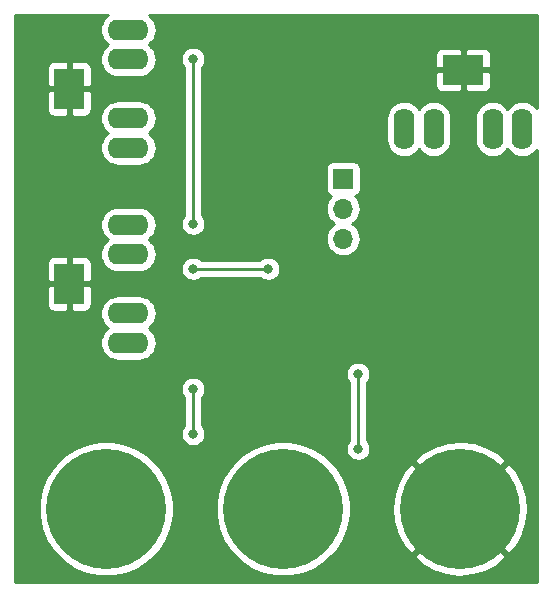
<source format=gbr>
G04 #@! TF.GenerationSoftware,KiCad,Pcbnew,(5.1.2)-1*
G04 #@! TF.CreationDate,2019-05-17T11:10:19-07:00*
G04 #@! TF.ProjectId,VNA2019soundcard,564e4132-3031-4397-936f-756e64636172,rev?*
G04 #@! TF.SameCoordinates,Original*
G04 #@! TF.FileFunction,Copper,L2,Bot*
G04 #@! TF.FilePolarity,Positive*
%FSLAX46Y46*%
G04 Gerber Fmt 4.6, Leading zero omitted, Abs format (unit mm)*
G04 Created by KiCad (PCBNEW (5.1.2)-1) date 2019-05-17 11:10:19*
%MOMM*%
%LPD*%
G04 APERTURE LIST*
%ADD10O,3.500000X1.750000*%
%ADD11R,2.500000X3.500000*%
%ADD12O,1.750000X3.500000*%
%ADD13R,3.500000X2.500000*%
%ADD14C,10.160000*%
%ADD15R,1.700000X1.700000*%
%ADD16O,1.700000X1.700000*%
%ADD17C,0.800000*%
%ADD18C,0.250000*%
%ADD19C,0.254000*%
G04 APERTURE END LIST*
D10*
X32620000Y-60920000D03*
X32620000Y-55920000D03*
X32620000Y-63420000D03*
X32620000Y-53420000D03*
D11*
X27614000Y-58420000D03*
D10*
X32620000Y-77430000D03*
X32620000Y-72430000D03*
X32620000Y-79930000D03*
X32620000Y-69930000D03*
D11*
X27614000Y-74930000D03*
D12*
X58460000Y-61830000D03*
X63460000Y-61830000D03*
X55960000Y-61830000D03*
X65960000Y-61830000D03*
D13*
X60960000Y-56824000D03*
D14*
X30730000Y-93980000D03*
X60700000Y-93980000D03*
X45720000Y-93980000D03*
D15*
X50800000Y-66040000D03*
D16*
X50800000Y-68580000D03*
X50800000Y-71120000D03*
D17*
X52070000Y-88900000D03*
X52070000Y-82550000D03*
X38100000Y-83820000D03*
X38102653Y-87632653D03*
X58420000Y-78740000D03*
X43180000Y-71120000D03*
X38100000Y-69850000D03*
X38100000Y-55880000D03*
X38100000Y-73660000D03*
X44450000Y-73660000D03*
D18*
X52070000Y-88900000D02*
X52070000Y-82550000D01*
X38100000Y-83820000D02*
X38100000Y-87630000D01*
X38100000Y-87630000D02*
X38102653Y-87632653D01*
X38100000Y-69850000D02*
X38100000Y-58420000D01*
X38100000Y-58420000D02*
X38100000Y-55880000D01*
X38100000Y-73660000D02*
X44450000Y-73660000D01*
D19*
G36*
X30672103Y-52347103D02*
G01*
X30483406Y-52577030D01*
X30343192Y-52839352D01*
X30256849Y-53123988D01*
X30227694Y-53420000D01*
X30256849Y-53716012D01*
X30343192Y-54000648D01*
X30483406Y-54262970D01*
X30672103Y-54492897D01*
X30887903Y-54670000D01*
X30672103Y-54847103D01*
X30483406Y-55077030D01*
X30343192Y-55339352D01*
X30256849Y-55623988D01*
X30227694Y-55920000D01*
X30256849Y-56216012D01*
X30343192Y-56500648D01*
X30483406Y-56762970D01*
X30672103Y-56992897D01*
X30902030Y-57181594D01*
X31164352Y-57321808D01*
X31448988Y-57408151D01*
X31670822Y-57430000D01*
X33569178Y-57430000D01*
X33791012Y-57408151D01*
X34075648Y-57321808D01*
X34337970Y-57181594D01*
X34567897Y-56992897D01*
X34756594Y-56762970D01*
X34896808Y-56500648D01*
X34983151Y-56216012D01*
X35012306Y-55920000D01*
X34998327Y-55778061D01*
X37065000Y-55778061D01*
X37065000Y-55981939D01*
X37104774Y-56181898D01*
X37182795Y-56370256D01*
X37296063Y-56539774D01*
X37340001Y-56583712D01*
X37340000Y-58457332D01*
X37340001Y-58457342D01*
X37340000Y-69146289D01*
X37296063Y-69190226D01*
X37182795Y-69359744D01*
X37104774Y-69548102D01*
X37065000Y-69748061D01*
X37065000Y-69951939D01*
X37104774Y-70151898D01*
X37182795Y-70340256D01*
X37296063Y-70509774D01*
X37440226Y-70653937D01*
X37609744Y-70767205D01*
X37798102Y-70845226D01*
X37998061Y-70885000D01*
X38201939Y-70885000D01*
X38401898Y-70845226D01*
X38590256Y-70767205D01*
X38759774Y-70653937D01*
X38903937Y-70509774D01*
X39017205Y-70340256D01*
X39095226Y-70151898D01*
X39135000Y-69951939D01*
X39135000Y-69748061D01*
X39095226Y-69548102D01*
X39017205Y-69359744D01*
X38903937Y-69190226D01*
X38860000Y-69146289D01*
X38860000Y-68580000D01*
X49307815Y-68580000D01*
X49336487Y-68871111D01*
X49421401Y-69151034D01*
X49559294Y-69409014D01*
X49744866Y-69635134D01*
X49970986Y-69820706D01*
X50025791Y-69850000D01*
X49970986Y-69879294D01*
X49744866Y-70064866D01*
X49559294Y-70290986D01*
X49421401Y-70548966D01*
X49336487Y-70828889D01*
X49307815Y-71120000D01*
X49336487Y-71411111D01*
X49421401Y-71691034D01*
X49559294Y-71949014D01*
X49744866Y-72175134D01*
X49970986Y-72360706D01*
X50228966Y-72498599D01*
X50508889Y-72583513D01*
X50727050Y-72605000D01*
X50872950Y-72605000D01*
X51091111Y-72583513D01*
X51371034Y-72498599D01*
X51629014Y-72360706D01*
X51855134Y-72175134D01*
X52040706Y-71949014D01*
X52178599Y-71691034D01*
X52263513Y-71411111D01*
X52292185Y-71120000D01*
X52263513Y-70828889D01*
X52178599Y-70548966D01*
X52040706Y-70290986D01*
X51855134Y-70064866D01*
X51629014Y-69879294D01*
X51574209Y-69850000D01*
X51629014Y-69820706D01*
X51855134Y-69635134D01*
X52040706Y-69409014D01*
X52178599Y-69151034D01*
X52263513Y-68871111D01*
X52292185Y-68580000D01*
X52263513Y-68288889D01*
X52178599Y-68008966D01*
X52040706Y-67750986D01*
X51855134Y-67524866D01*
X51825313Y-67500393D01*
X51894180Y-67479502D01*
X52004494Y-67420537D01*
X52101185Y-67341185D01*
X52180537Y-67244494D01*
X52239502Y-67134180D01*
X52275812Y-67014482D01*
X52288072Y-66890000D01*
X52288072Y-65190000D01*
X52275812Y-65065518D01*
X52239502Y-64945820D01*
X52180537Y-64835506D01*
X52101185Y-64738815D01*
X52004494Y-64659463D01*
X51894180Y-64600498D01*
X51774482Y-64564188D01*
X51650000Y-64551928D01*
X49950000Y-64551928D01*
X49825518Y-64564188D01*
X49705820Y-64600498D01*
X49595506Y-64659463D01*
X49498815Y-64738815D01*
X49419463Y-64835506D01*
X49360498Y-64945820D01*
X49324188Y-65065518D01*
X49311928Y-65190000D01*
X49311928Y-66890000D01*
X49324188Y-67014482D01*
X49360498Y-67134180D01*
X49419463Y-67244494D01*
X49498815Y-67341185D01*
X49595506Y-67420537D01*
X49705820Y-67479502D01*
X49774687Y-67500393D01*
X49744866Y-67524866D01*
X49559294Y-67750986D01*
X49421401Y-68008966D01*
X49336487Y-68288889D01*
X49307815Y-68580000D01*
X38860000Y-68580000D01*
X38860000Y-60880823D01*
X54450000Y-60880823D01*
X54450000Y-62779178D01*
X54471850Y-63001012D01*
X54558193Y-63285648D01*
X54698407Y-63547970D01*
X54887104Y-63777897D01*
X55117031Y-63966594D01*
X55379353Y-64106808D01*
X55663989Y-64193151D01*
X55960000Y-64222306D01*
X56256012Y-64193151D01*
X56540648Y-64106808D01*
X56802970Y-63966594D01*
X57032897Y-63777897D01*
X57210001Y-63562097D01*
X57387104Y-63777897D01*
X57617031Y-63966594D01*
X57879353Y-64106808D01*
X58163989Y-64193151D01*
X58460000Y-64222306D01*
X58756012Y-64193151D01*
X59040648Y-64106808D01*
X59302970Y-63966594D01*
X59532897Y-63777897D01*
X59721594Y-63547970D01*
X59861808Y-63285648D01*
X59948151Y-63001012D01*
X59970000Y-62779178D01*
X59970000Y-60880822D01*
X59948151Y-60658988D01*
X59861808Y-60374352D01*
X59721594Y-60112030D01*
X59532897Y-59882103D01*
X59302969Y-59693406D01*
X59040647Y-59553192D01*
X58756011Y-59466849D01*
X58460000Y-59437694D01*
X58163988Y-59466849D01*
X57879352Y-59553192D01*
X57617030Y-59693406D01*
X57387103Y-59882103D01*
X57210000Y-60097903D01*
X57032897Y-59882103D01*
X56802969Y-59693406D01*
X56540647Y-59553192D01*
X56256011Y-59466849D01*
X55960000Y-59437694D01*
X55663988Y-59466849D01*
X55379352Y-59553192D01*
X55117030Y-59693406D01*
X54887103Y-59882103D01*
X54698406Y-60112031D01*
X54558192Y-60374353D01*
X54471849Y-60658989D01*
X54450000Y-60880823D01*
X38860000Y-60880823D01*
X38860000Y-58074000D01*
X58571928Y-58074000D01*
X58584188Y-58198482D01*
X58620498Y-58318180D01*
X58679463Y-58428494D01*
X58758815Y-58525185D01*
X58855506Y-58604537D01*
X58965820Y-58663502D01*
X59085518Y-58699812D01*
X59210000Y-58712072D01*
X60674250Y-58709000D01*
X60833000Y-58550250D01*
X60833000Y-56951000D01*
X61087000Y-56951000D01*
X61087000Y-58550250D01*
X61245750Y-58709000D01*
X62710000Y-58712072D01*
X62834482Y-58699812D01*
X62954180Y-58663502D01*
X63064494Y-58604537D01*
X63161185Y-58525185D01*
X63240537Y-58428494D01*
X63299502Y-58318180D01*
X63335812Y-58198482D01*
X63348072Y-58074000D01*
X63345000Y-57109750D01*
X63186250Y-56951000D01*
X61087000Y-56951000D01*
X60833000Y-56951000D01*
X58733750Y-56951000D01*
X58575000Y-57109750D01*
X58571928Y-58074000D01*
X38860000Y-58074000D01*
X38860000Y-56583711D01*
X38903937Y-56539774D01*
X39017205Y-56370256D01*
X39095226Y-56181898D01*
X39135000Y-55981939D01*
X39135000Y-55778061D01*
X39095226Y-55578102D01*
X39093527Y-55574000D01*
X58571928Y-55574000D01*
X58575000Y-56538250D01*
X58733750Y-56697000D01*
X60833000Y-56697000D01*
X60833000Y-55097750D01*
X61087000Y-55097750D01*
X61087000Y-56697000D01*
X63186250Y-56697000D01*
X63345000Y-56538250D01*
X63348072Y-55574000D01*
X63335812Y-55449518D01*
X63299502Y-55329820D01*
X63240537Y-55219506D01*
X63161185Y-55122815D01*
X63064494Y-55043463D01*
X62954180Y-54984498D01*
X62834482Y-54948188D01*
X62710000Y-54935928D01*
X61245750Y-54939000D01*
X61087000Y-55097750D01*
X60833000Y-55097750D01*
X60674250Y-54939000D01*
X59210000Y-54935928D01*
X59085518Y-54948188D01*
X58965820Y-54984498D01*
X58855506Y-55043463D01*
X58758815Y-55122815D01*
X58679463Y-55219506D01*
X58620498Y-55329820D01*
X58584188Y-55449518D01*
X58571928Y-55574000D01*
X39093527Y-55574000D01*
X39017205Y-55389744D01*
X38903937Y-55220226D01*
X38759774Y-55076063D01*
X38590256Y-54962795D01*
X38401898Y-54884774D01*
X38201939Y-54845000D01*
X37998061Y-54845000D01*
X37798102Y-54884774D01*
X37609744Y-54962795D01*
X37440226Y-55076063D01*
X37296063Y-55220226D01*
X37182795Y-55389744D01*
X37104774Y-55578102D01*
X37065000Y-55778061D01*
X34998327Y-55778061D01*
X34983151Y-55623988D01*
X34896808Y-55339352D01*
X34756594Y-55077030D01*
X34567897Y-54847103D01*
X34352097Y-54670000D01*
X34567897Y-54492897D01*
X34756594Y-54262970D01*
X34896808Y-54000648D01*
X34983151Y-53716012D01*
X35012306Y-53420000D01*
X34983151Y-53123988D01*
X34896808Y-52839352D01*
X34756594Y-52577030D01*
X34567897Y-52347103D01*
X34384997Y-52197000D01*
X67183000Y-52197000D01*
X67183000Y-60065003D01*
X67032897Y-59882103D01*
X66802969Y-59693406D01*
X66540647Y-59553192D01*
X66256011Y-59466849D01*
X65960000Y-59437694D01*
X65663988Y-59466849D01*
X65379352Y-59553192D01*
X65117030Y-59693406D01*
X64887103Y-59882103D01*
X64710000Y-60097903D01*
X64532897Y-59882103D01*
X64302969Y-59693406D01*
X64040647Y-59553192D01*
X63756011Y-59466849D01*
X63460000Y-59437694D01*
X63163988Y-59466849D01*
X62879352Y-59553192D01*
X62617030Y-59693406D01*
X62387103Y-59882103D01*
X62198406Y-60112031D01*
X62058192Y-60374353D01*
X61971849Y-60658989D01*
X61950000Y-60880823D01*
X61950000Y-62779178D01*
X61971850Y-63001012D01*
X62058193Y-63285648D01*
X62198407Y-63547970D01*
X62387104Y-63777897D01*
X62617031Y-63966594D01*
X62879353Y-64106808D01*
X63163989Y-64193151D01*
X63460000Y-64222306D01*
X63756012Y-64193151D01*
X64040648Y-64106808D01*
X64302970Y-63966594D01*
X64532897Y-63777897D01*
X64710001Y-63562097D01*
X64887104Y-63777897D01*
X65117031Y-63966594D01*
X65379353Y-64106808D01*
X65663989Y-64193151D01*
X65960000Y-64222306D01*
X66256012Y-64193151D01*
X66540648Y-64106808D01*
X66802970Y-63966594D01*
X67032897Y-63777897D01*
X67183000Y-63594997D01*
X67183000Y-100203000D01*
X22987000Y-100203000D01*
X22987000Y-93417122D01*
X25015000Y-93417122D01*
X25015000Y-94542878D01*
X25234625Y-95647004D01*
X25665433Y-96687067D01*
X26290870Y-97623100D01*
X27086900Y-98419130D01*
X28022933Y-99044567D01*
X29062996Y-99475375D01*
X30167122Y-99695000D01*
X31292878Y-99695000D01*
X32397004Y-99475375D01*
X33437067Y-99044567D01*
X34373100Y-98419130D01*
X35169130Y-97623100D01*
X35794567Y-96687067D01*
X36225375Y-95647004D01*
X36445000Y-94542878D01*
X36445000Y-93417122D01*
X40005000Y-93417122D01*
X40005000Y-94542878D01*
X40224625Y-95647004D01*
X40655433Y-96687067D01*
X41280870Y-97623100D01*
X42076900Y-98419130D01*
X43012933Y-99044567D01*
X44052996Y-99475375D01*
X45157122Y-99695000D01*
X46282878Y-99695000D01*
X47387004Y-99475375D01*
X48427067Y-99044567D01*
X49363100Y-98419130D01*
X49765034Y-98017196D01*
X56842409Y-98017196D01*
X57428124Y-98699416D01*
X58411704Y-99247045D01*
X59483223Y-99592265D01*
X60601501Y-99721808D01*
X61723565Y-99630697D01*
X62806294Y-99322433D01*
X63808079Y-98808863D01*
X63971876Y-98699416D01*
X64557591Y-98017196D01*
X60700000Y-94159605D01*
X56842409Y-98017196D01*
X49765034Y-98017196D01*
X50159130Y-97623100D01*
X50784567Y-96687067D01*
X51215375Y-95647004D01*
X51435000Y-94542878D01*
X51435000Y-93881501D01*
X54958192Y-93881501D01*
X55049303Y-95003565D01*
X55357567Y-96086294D01*
X55871137Y-97088079D01*
X55980584Y-97251876D01*
X56662804Y-97837591D01*
X60520395Y-93980000D01*
X60879605Y-93980000D01*
X64737196Y-97837591D01*
X65419416Y-97251876D01*
X65967045Y-96268296D01*
X66312265Y-95196777D01*
X66441808Y-94078499D01*
X66350697Y-92956435D01*
X66042433Y-91873706D01*
X65528863Y-90871921D01*
X65419416Y-90708124D01*
X64737196Y-90122409D01*
X60879605Y-93980000D01*
X60520395Y-93980000D01*
X56662804Y-90122409D01*
X55980584Y-90708124D01*
X55432955Y-91691704D01*
X55087735Y-92763223D01*
X54958192Y-93881501D01*
X51435000Y-93881501D01*
X51435000Y-93417122D01*
X51215375Y-92312996D01*
X50784567Y-91272933D01*
X50159130Y-90336900D01*
X49765034Y-89942804D01*
X56842409Y-89942804D01*
X60700000Y-93800395D01*
X64557591Y-89942804D01*
X63971876Y-89260584D01*
X62988296Y-88712955D01*
X61916777Y-88367735D01*
X60798499Y-88238192D01*
X59676435Y-88329303D01*
X58593706Y-88637567D01*
X57591921Y-89151137D01*
X57428124Y-89260584D01*
X56842409Y-89942804D01*
X49765034Y-89942804D01*
X49363100Y-89540870D01*
X48427067Y-88915433D01*
X47387004Y-88484625D01*
X46282878Y-88265000D01*
X45157122Y-88265000D01*
X44052996Y-88484625D01*
X43012933Y-88915433D01*
X42076900Y-89540870D01*
X41280870Y-90336900D01*
X40655433Y-91272933D01*
X40224625Y-92312996D01*
X40005000Y-93417122D01*
X36445000Y-93417122D01*
X36225375Y-92312996D01*
X35794567Y-91272933D01*
X35169130Y-90336900D01*
X34373100Y-89540870D01*
X33437067Y-88915433D01*
X32397004Y-88484625D01*
X31292878Y-88265000D01*
X30167122Y-88265000D01*
X29062996Y-88484625D01*
X28022933Y-88915433D01*
X27086900Y-89540870D01*
X26290870Y-90336900D01*
X25665433Y-91272933D01*
X25234625Y-92312996D01*
X25015000Y-93417122D01*
X22987000Y-93417122D01*
X22987000Y-83718061D01*
X37065000Y-83718061D01*
X37065000Y-83921939D01*
X37104774Y-84121898D01*
X37182795Y-84310256D01*
X37296063Y-84479774D01*
X37340000Y-84523711D01*
X37340001Y-86931594D01*
X37298716Y-86972879D01*
X37185448Y-87142397D01*
X37107427Y-87330755D01*
X37067653Y-87530714D01*
X37067653Y-87734592D01*
X37107427Y-87934551D01*
X37185448Y-88122909D01*
X37298716Y-88292427D01*
X37442879Y-88436590D01*
X37612397Y-88549858D01*
X37800755Y-88627879D01*
X38000714Y-88667653D01*
X38204592Y-88667653D01*
X38404551Y-88627879D01*
X38592909Y-88549858D01*
X38762427Y-88436590D01*
X38906590Y-88292427D01*
X39019858Y-88122909D01*
X39097879Y-87934551D01*
X39137653Y-87734592D01*
X39137653Y-87530714D01*
X39097879Y-87330755D01*
X39019858Y-87142397D01*
X38906590Y-86972879D01*
X38860000Y-86926289D01*
X38860000Y-84523711D01*
X38903937Y-84479774D01*
X39017205Y-84310256D01*
X39095226Y-84121898D01*
X39135000Y-83921939D01*
X39135000Y-83718061D01*
X39095226Y-83518102D01*
X39017205Y-83329744D01*
X38903937Y-83160226D01*
X38759774Y-83016063D01*
X38590256Y-82902795D01*
X38401898Y-82824774D01*
X38201939Y-82785000D01*
X37998061Y-82785000D01*
X37798102Y-82824774D01*
X37609744Y-82902795D01*
X37440226Y-83016063D01*
X37296063Y-83160226D01*
X37182795Y-83329744D01*
X37104774Y-83518102D01*
X37065000Y-83718061D01*
X22987000Y-83718061D01*
X22987000Y-82448061D01*
X51035000Y-82448061D01*
X51035000Y-82651939D01*
X51074774Y-82851898D01*
X51152795Y-83040256D01*
X51266063Y-83209774D01*
X51310001Y-83253712D01*
X51310000Y-88196289D01*
X51266063Y-88240226D01*
X51152795Y-88409744D01*
X51074774Y-88598102D01*
X51035000Y-88798061D01*
X51035000Y-89001939D01*
X51074774Y-89201898D01*
X51152795Y-89390256D01*
X51266063Y-89559774D01*
X51410226Y-89703937D01*
X51579744Y-89817205D01*
X51768102Y-89895226D01*
X51968061Y-89935000D01*
X52171939Y-89935000D01*
X52371898Y-89895226D01*
X52560256Y-89817205D01*
X52729774Y-89703937D01*
X52873937Y-89559774D01*
X52987205Y-89390256D01*
X53065226Y-89201898D01*
X53105000Y-89001939D01*
X53105000Y-88798061D01*
X53065226Y-88598102D01*
X52987205Y-88409744D01*
X52873937Y-88240226D01*
X52830000Y-88196289D01*
X52830000Y-83253711D01*
X52873937Y-83209774D01*
X52987205Y-83040256D01*
X53065226Y-82851898D01*
X53105000Y-82651939D01*
X53105000Y-82448061D01*
X53065226Y-82248102D01*
X52987205Y-82059744D01*
X52873937Y-81890226D01*
X52729774Y-81746063D01*
X52560256Y-81632795D01*
X52371898Y-81554774D01*
X52171939Y-81515000D01*
X51968061Y-81515000D01*
X51768102Y-81554774D01*
X51579744Y-81632795D01*
X51410226Y-81746063D01*
X51266063Y-81890226D01*
X51152795Y-82059744D01*
X51074774Y-82248102D01*
X51035000Y-82448061D01*
X22987000Y-82448061D01*
X22987000Y-77430000D01*
X30227694Y-77430000D01*
X30256849Y-77726012D01*
X30343192Y-78010648D01*
X30483406Y-78272970D01*
X30672103Y-78502897D01*
X30887903Y-78680000D01*
X30672103Y-78857103D01*
X30483406Y-79087030D01*
X30343192Y-79349352D01*
X30256849Y-79633988D01*
X30227694Y-79930000D01*
X30256849Y-80226012D01*
X30343192Y-80510648D01*
X30483406Y-80772970D01*
X30672103Y-81002897D01*
X30902030Y-81191594D01*
X31164352Y-81331808D01*
X31448988Y-81418151D01*
X31670822Y-81440000D01*
X33569178Y-81440000D01*
X33791012Y-81418151D01*
X34075648Y-81331808D01*
X34337970Y-81191594D01*
X34567897Y-81002897D01*
X34756594Y-80772970D01*
X34896808Y-80510648D01*
X34983151Y-80226012D01*
X35012306Y-79930000D01*
X34983151Y-79633988D01*
X34896808Y-79349352D01*
X34756594Y-79087030D01*
X34567897Y-78857103D01*
X34352097Y-78680000D01*
X34567897Y-78502897D01*
X34756594Y-78272970D01*
X34896808Y-78010648D01*
X34983151Y-77726012D01*
X35012306Y-77430000D01*
X34983151Y-77133988D01*
X34896808Y-76849352D01*
X34756594Y-76587030D01*
X34567897Y-76357103D01*
X34337970Y-76168406D01*
X34075648Y-76028192D01*
X33791012Y-75941849D01*
X33569178Y-75920000D01*
X31670822Y-75920000D01*
X31448988Y-75941849D01*
X31164352Y-76028192D01*
X30902030Y-76168406D01*
X30672103Y-76357103D01*
X30483406Y-76587030D01*
X30343192Y-76849352D01*
X30256849Y-77133988D01*
X30227694Y-77430000D01*
X22987000Y-77430000D01*
X22987000Y-76680000D01*
X25725928Y-76680000D01*
X25738188Y-76804482D01*
X25774498Y-76924180D01*
X25833463Y-77034494D01*
X25912815Y-77131185D01*
X26009506Y-77210537D01*
X26119820Y-77269502D01*
X26239518Y-77305812D01*
X26364000Y-77318072D01*
X27328250Y-77315000D01*
X27487000Y-77156250D01*
X27487000Y-75057000D01*
X27741000Y-75057000D01*
X27741000Y-77156250D01*
X27899750Y-77315000D01*
X28864000Y-77318072D01*
X28988482Y-77305812D01*
X29108180Y-77269502D01*
X29218494Y-77210537D01*
X29315185Y-77131185D01*
X29394537Y-77034494D01*
X29453502Y-76924180D01*
X29489812Y-76804482D01*
X29502072Y-76680000D01*
X29499000Y-75215750D01*
X29340250Y-75057000D01*
X27741000Y-75057000D01*
X27487000Y-75057000D01*
X25887750Y-75057000D01*
X25729000Y-75215750D01*
X25725928Y-76680000D01*
X22987000Y-76680000D01*
X22987000Y-73180000D01*
X25725928Y-73180000D01*
X25729000Y-74644250D01*
X25887750Y-74803000D01*
X27487000Y-74803000D01*
X27487000Y-72703750D01*
X27741000Y-72703750D01*
X27741000Y-74803000D01*
X29340250Y-74803000D01*
X29499000Y-74644250D01*
X29502072Y-73180000D01*
X29489812Y-73055518D01*
X29453502Y-72935820D01*
X29394537Y-72825506D01*
X29315185Y-72728815D01*
X29218494Y-72649463D01*
X29108180Y-72590498D01*
X28988482Y-72554188D01*
X28864000Y-72541928D01*
X27899750Y-72545000D01*
X27741000Y-72703750D01*
X27487000Y-72703750D01*
X27328250Y-72545000D01*
X26364000Y-72541928D01*
X26239518Y-72554188D01*
X26119820Y-72590498D01*
X26009506Y-72649463D01*
X25912815Y-72728815D01*
X25833463Y-72825506D01*
X25774498Y-72935820D01*
X25738188Y-73055518D01*
X25725928Y-73180000D01*
X22987000Y-73180000D01*
X22987000Y-69930000D01*
X30227694Y-69930000D01*
X30256849Y-70226012D01*
X30343192Y-70510648D01*
X30483406Y-70772970D01*
X30672103Y-71002897D01*
X30887903Y-71180000D01*
X30672103Y-71357103D01*
X30483406Y-71587030D01*
X30343192Y-71849352D01*
X30256849Y-72133988D01*
X30227694Y-72430000D01*
X30256849Y-72726012D01*
X30343192Y-73010648D01*
X30483406Y-73272970D01*
X30672103Y-73502897D01*
X30902030Y-73691594D01*
X31164352Y-73831808D01*
X31448988Y-73918151D01*
X31670822Y-73940000D01*
X33569178Y-73940000D01*
X33791012Y-73918151D01*
X34075648Y-73831808D01*
X34337970Y-73691594D01*
X34500679Y-73558061D01*
X37065000Y-73558061D01*
X37065000Y-73761939D01*
X37104774Y-73961898D01*
X37182795Y-74150256D01*
X37296063Y-74319774D01*
X37440226Y-74463937D01*
X37609744Y-74577205D01*
X37798102Y-74655226D01*
X37998061Y-74695000D01*
X38201939Y-74695000D01*
X38401898Y-74655226D01*
X38590256Y-74577205D01*
X38759774Y-74463937D01*
X38803711Y-74420000D01*
X43746289Y-74420000D01*
X43790226Y-74463937D01*
X43959744Y-74577205D01*
X44148102Y-74655226D01*
X44348061Y-74695000D01*
X44551939Y-74695000D01*
X44751898Y-74655226D01*
X44940256Y-74577205D01*
X45109774Y-74463937D01*
X45253937Y-74319774D01*
X45367205Y-74150256D01*
X45445226Y-73961898D01*
X45485000Y-73761939D01*
X45485000Y-73558061D01*
X45445226Y-73358102D01*
X45367205Y-73169744D01*
X45253937Y-73000226D01*
X45109774Y-72856063D01*
X44940256Y-72742795D01*
X44751898Y-72664774D01*
X44551939Y-72625000D01*
X44348061Y-72625000D01*
X44148102Y-72664774D01*
X43959744Y-72742795D01*
X43790226Y-72856063D01*
X43746289Y-72900000D01*
X38803711Y-72900000D01*
X38759774Y-72856063D01*
X38590256Y-72742795D01*
X38401898Y-72664774D01*
X38201939Y-72625000D01*
X37998061Y-72625000D01*
X37798102Y-72664774D01*
X37609744Y-72742795D01*
X37440226Y-72856063D01*
X37296063Y-73000226D01*
X37182795Y-73169744D01*
X37104774Y-73358102D01*
X37065000Y-73558061D01*
X34500679Y-73558061D01*
X34567897Y-73502897D01*
X34756594Y-73272970D01*
X34896808Y-73010648D01*
X34983151Y-72726012D01*
X35012306Y-72430000D01*
X34983151Y-72133988D01*
X34896808Y-71849352D01*
X34756594Y-71587030D01*
X34567897Y-71357103D01*
X34352097Y-71180000D01*
X34567897Y-71002897D01*
X34756594Y-70772970D01*
X34896808Y-70510648D01*
X34983151Y-70226012D01*
X35012306Y-69930000D01*
X34983151Y-69633988D01*
X34896808Y-69349352D01*
X34756594Y-69087030D01*
X34567897Y-68857103D01*
X34337970Y-68668406D01*
X34075648Y-68528192D01*
X33791012Y-68441849D01*
X33569178Y-68420000D01*
X31670822Y-68420000D01*
X31448988Y-68441849D01*
X31164352Y-68528192D01*
X30902030Y-68668406D01*
X30672103Y-68857103D01*
X30483406Y-69087030D01*
X30343192Y-69349352D01*
X30256849Y-69633988D01*
X30227694Y-69930000D01*
X22987000Y-69930000D01*
X22987000Y-60920000D01*
X30227694Y-60920000D01*
X30256849Y-61216012D01*
X30343192Y-61500648D01*
X30483406Y-61762970D01*
X30672103Y-61992897D01*
X30887903Y-62170000D01*
X30672103Y-62347103D01*
X30483406Y-62577030D01*
X30343192Y-62839352D01*
X30256849Y-63123988D01*
X30227694Y-63420000D01*
X30256849Y-63716012D01*
X30343192Y-64000648D01*
X30483406Y-64262970D01*
X30672103Y-64492897D01*
X30902030Y-64681594D01*
X31164352Y-64821808D01*
X31448988Y-64908151D01*
X31670822Y-64930000D01*
X33569178Y-64930000D01*
X33791012Y-64908151D01*
X34075648Y-64821808D01*
X34337970Y-64681594D01*
X34567897Y-64492897D01*
X34756594Y-64262970D01*
X34896808Y-64000648D01*
X34983151Y-63716012D01*
X35012306Y-63420000D01*
X34983151Y-63123988D01*
X34896808Y-62839352D01*
X34756594Y-62577030D01*
X34567897Y-62347103D01*
X34352097Y-62170000D01*
X34567897Y-61992897D01*
X34756594Y-61762970D01*
X34896808Y-61500648D01*
X34983151Y-61216012D01*
X35012306Y-60920000D01*
X34983151Y-60623988D01*
X34896808Y-60339352D01*
X34756594Y-60077030D01*
X34567897Y-59847103D01*
X34337970Y-59658406D01*
X34075648Y-59518192D01*
X33791012Y-59431849D01*
X33569178Y-59410000D01*
X31670822Y-59410000D01*
X31448988Y-59431849D01*
X31164352Y-59518192D01*
X30902030Y-59658406D01*
X30672103Y-59847103D01*
X30483406Y-60077030D01*
X30343192Y-60339352D01*
X30256849Y-60623988D01*
X30227694Y-60920000D01*
X22987000Y-60920000D01*
X22987000Y-60170000D01*
X25725928Y-60170000D01*
X25738188Y-60294482D01*
X25774498Y-60414180D01*
X25833463Y-60524494D01*
X25912815Y-60621185D01*
X26009506Y-60700537D01*
X26119820Y-60759502D01*
X26239518Y-60795812D01*
X26364000Y-60808072D01*
X27328250Y-60805000D01*
X27487000Y-60646250D01*
X27487000Y-58547000D01*
X27741000Y-58547000D01*
X27741000Y-60646250D01*
X27899750Y-60805000D01*
X28864000Y-60808072D01*
X28988482Y-60795812D01*
X29108180Y-60759502D01*
X29218494Y-60700537D01*
X29315185Y-60621185D01*
X29394537Y-60524494D01*
X29453502Y-60414180D01*
X29489812Y-60294482D01*
X29502072Y-60170000D01*
X29499000Y-58705750D01*
X29340250Y-58547000D01*
X27741000Y-58547000D01*
X27487000Y-58547000D01*
X25887750Y-58547000D01*
X25729000Y-58705750D01*
X25725928Y-60170000D01*
X22987000Y-60170000D01*
X22987000Y-56670000D01*
X25725928Y-56670000D01*
X25729000Y-58134250D01*
X25887750Y-58293000D01*
X27487000Y-58293000D01*
X27487000Y-56193750D01*
X27741000Y-56193750D01*
X27741000Y-58293000D01*
X29340250Y-58293000D01*
X29499000Y-58134250D01*
X29502072Y-56670000D01*
X29489812Y-56545518D01*
X29453502Y-56425820D01*
X29394537Y-56315506D01*
X29315185Y-56218815D01*
X29218494Y-56139463D01*
X29108180Y-56080498D01*
X28988482Y-56044188D01*
X28864000Y-56031928D01*
X27899750Y-56035000D01*
X27741000Y-56193750D01*
X27487000Y-56193750D01*
X27328250Y-56035000D01*
X26364000Y-56031928D01*
X26239518Y-56044188D01*
X26119820Y-56080498D01*
X26009506Y-56139463D01*
X25912815Y-56218815D01*
X25833463Y-56315506D01*
X25774498Y-56425820D01*
X25738188Y-56545518D01*
X25725928Y-56670000D01*
X22987000Y-56670000D01*
X22987000Y-52197000D01*
X30855003Y-52197000D01*
X30672103Y-52347103D01*
X30672103Y-52347103D01*
G37*
X30672103Y-52347103D02*
X30483406Y-52577030D01*
X30343192Y-52839352D01*
X30256849Y-53123988D01*
X30227694Y-53420000D01*
X30256849Y-53716012D01*
X30343192Y-54000648D01*
X30483406Y-54262970D01*
X30672103Y-54492897D01*
X30887903Y-54670000D01*
X30672103Y-54847103D01*
X30483406Y-55077030D01*
X30343192Y-55339352D01*
X30256849Y-55623988D01*
X30227694Y-55920000D01*
X30256849Y-56216012D01*
X30343192Y-56500648D01*
X30483406Y-56762970D01*
X30672103Y-56992897D01*
X30902030Y-57181594D01*
X31164352Y-57321808D01*
X31448988Y-57408151D01*
X31670822Y-57430000D01*
X33569178Y-57430000D01*
X33791012Y-57408151D01*
X34075648Y-57321808D01*
X34337970Y-57181594D01*
X34567897Y-56992897D01*
X34756594Y-56762970D01*
X34896808Y-56500648D01*
X34983151Y-56216012D01*
X35012306Y-55920000D01*
X34998327Y-55778061D01*
X37065000Y-55778061D01*
X37065000Y-55981939D01*
X37104774Y-56181898D01*
X37182795Y-56370256D01*
X37296063Y-56539774D01*
X37340001Y-56583712D01*
X37340000Y-58457332D01*
X37340001Y-58457342D01*
X37340000Y-69146289D01*
X37296063Y-69190226D01*
X37182795Y-69359744D01*
X37104774Y-69548102D01*
X37065000Y-69748061D01*
X37065000Y-69951939D01*
X37104774Y-70151898D01*
X37182795Y-70340256D01*
X37296063Y-70509774D01*
X37440226Y-70653937D01*
X37609744Y-70767205D01*
X37798102Y-70845226D01*
X37998061Y-70885000D01*
X38201939Y-70885000D01*
X38401898Y-70845226D01*
X38590256Y-70767205D01*
X38759774Y-70653937D01*
X38903937Y-70509774D01*
X39017205Y-70340256D01*
X39095226Y-70151898D01*
X39135000Y-69951939D01*
X39135000Y-69748061D01*
X39095226Y-69548102D01*
X39017205Y-69359744D01*
X38903937Y-69190226D01*
X38860000Y-69146289D01*
X38860000Y-68580000D01*
X49307815Y-68580000D01*
X49336487Y-68871111D01*
X49421401Y-69151034D01*
X49559294Y-69409014D01*
X49744866Y-69635134D01*
X49970986Y-69820706D01*
X50025791Y-69850000D01*
X49970986Y-69879294D01*
X49744866Y-70064866D01*
X49559294Y-70290986D01*
X49421401Y-70548966D01*
X49336487Y-70828889D01*
X49307815Y-71120000D01*
X49336487Y-71411111D01*
X49421401Y-71691034D01*
X49559294Y-71949014D01*
X49744866Y-72175134D01*
X49970986Y-72360706D01*
X50228966Y-72498599D01*
X50508889Y-72583513D01*
X50727050Y-72605000D01*
X50872950Y-72605000D01*
X51091111Y-72583513D01*
X51371034Y-72498599D01*
X51629014Y-72360706D01*
X51855134Y-72175134D01*
X52040706Y-71949014D01*
X52178599Y-71691034D01*
X52263513Y-71411111D01*
X52292185Y-71120000D01*
X52263513Y-70828889D01*
X52178599Y-70548966D01*
X52040706Y-70290986D01*
X51855134Y-70064866D01*
X51629014Y-69879294D01*
X51574209Y-69850000D01*
X51629014Y-69820706D01*
X51855134Y-69635134D01*
X52040706Y-69409014D01*
X52178599Y-69151034D01*
X52263513Y-68871111D01*
X52292185Y-68580000D01*
X52263513Y-68288889D01*
X52178599Y-68008966D01*
X52040706Y-67750986D01*
X51855134Y-67524866D01*
X51825313Y-67500393D01*
X51894180Y-67479502D01*
X52004494Y-67420537D01*
X52101185Y-67341185D01*
X52180537Y-67244494D01*
X52239502Y-67134180D01*
X52275812Y-67014482D01*
X52288072Y-66890000D01*
X52288072Y-65190000D01*
X52275812Y-65065518D01*
X52239502Y-64945820D01*
X52180537Y-64835506D01*
X52101185Y-64738815D01*
X52004494Y-64659463D01*
X51894180Y-64600498D01*
X51774482Y-64564188D01*
X51650000Y-64551928D01*
X49950000Y-64551928D01*
X49825518Y-64564188D01*
X49705820Y-64600498D01*
X49595506Y-64659463D01*
X49498815Y-64738815D01*
X49419463Y-64835506D01*
X49360498Y-64945820D01*
X49324188Y-65065518D01*
X49311928Y-65190000D01*
X49311928Y-66890000D01*
X49324188Y-67014482D01*
X49360498Y-67134180D01*
X49419463Y-67244494D01*
X49498815Y-67341185D01*
X49595506Y-67420537D01*
X49705820Y-67479502D01*
X49774687Y-67500393D01*
X49744866Y-67524866D01*
X49559294Y-67750986D01*
X49421401Y-68008966D01*
X49336487Y-68288889D01*
X49307815Y-68580000D01*
X38860000Y-68580000D01*
X38860000Y-60880823D01*
X54450000Y-60880823D01*
X54450000Y-62779178D01*
X54471850Y-63001012D01*
X54558193Y-63285648D01*
X54698407Y-63547970D01*
X54887104Y-63777897D01*
X55117031Y-63966594D01*
X55379353Y-64106808D01*
X55663989Y-64193151D01*
X55960000Y-64222306D01*
X56256012Y-64193151D01*
X56540648Y-64106808D01*
X56802970Y-63966594D01*
X57032897Y-63777897D01*
X57210001Y-63562097D01*
X57387104Y-63777897D01*
X57617031Y-63966594D01*
X57879353Y-64106808D01*
X58163989Y-64193151D01*
X58460000Y-64222306D01*
X58756012Y-64193151D01*
X59040648Y-64106808D01*
X59302970Y-63966594D01*
X59532897Y-63777897D01*
X59721594Y-63547970D01*
X59861808Y-63285648D01*
X59948151Y-63001012D01*
X59970000Y-62779178D01*
X59970000Y-60880822D01*
X59948151Y-60658988D01*
X59861808Y-60374352D01*
X59721594Y-60112030D01*
X59532897Y-59882103D01*
X59302969Y-59693406D01*
X59040647Y-59553192D01*
X58756011Y-59466849D01*
X58460000Y-59437694D01*
X58163988Y-59466849D01*
X57879352Y-59553192D01*
X57617030Y-59693406D01*
X57387103Y-59882103D01*
X57210000Y-60097903D01*
X57032897Y-59882103D01*
X56802969Y-59693406D01*
X56540647Y-59553192D01*
X56256011Y-59466849D01*
X55960000Y-59437694D01*
X55663988Y-59466849D01*
X55379352Y-59553192D01*
X55117030Y-59693406D01*
X54887103Y-59882103D01*
X54698406Y-60112031D01*
X54558192Y-60374353D01*
X54471849Y-60658989D01*
X54450000Y-60880823D01*
X38860000Y-60880823D01*
X38860000Y-58074000D01*
X58571928Y-58074000D01*
X58584188Y-58198482D01*
X58620498Y-58318180D01*
X58679463Y-58428494D01*
X58758815Y-58525185D01*
X58855506Y-58604537D01*
X58965820Y-58663502D01*
X59085518Y-58699812D01*
X59210000Y-58712072D01*
X60674250Y-58709000D01*
X60833000Y-58550250D01*
X60833000Y-56951000D01*
X61087000Y-56951000D01*
X61087000Y-58550250D01*
X61245750Y-58709000D01*
X62710000Y-58712072D01*
X62834482Y-58699812D01*
X62954180Y-58663502D01*
X63064494Y-58604537D01*
X63161185Y-58525185D01*
X63240537Y-58428494D01*
X63299502Y-58318180D01*
X63335812Y-58198482D01*
X63348072Y-58074000D01*
X63345000Y-57109750D01*
X63186250Y-56951000D01*
X61087000Y-56951000D01*
X60833000Y-56951000D01*
X58733750Y-56951000D01*
X58575000Y-57109750D01*
X58571928Y-58074000D01*
X38860000Y-58074000D01*
X38860000Y-56583711D01*
X38903937Y-56539774D01*
X39017205Y-56370256D01*
X39095226Y-56181898D01*
X39135000Y-55981939D01*
X39135000Y-55778061D01*
X39095226Y-55578102D01*
X39093527Y-55574000D01*
X58571928Y-55574000D01*
X58575000Y-56538250D01*
X58733750Y-56697000D01*
X60833000Y-56697000D01*
X60833000Y-55097750D01*
X61087000Y-55097750D01*
X61087000Y-56697000D01*
X63186250Y-56697000D01*
X63345000Y-56538250D01*
X63348072Y-55574000D01*
X63335812Y-55449518D01*
X63299502Y-55329820D01*
X63240537Y-55219506D01*
X63161185Y-55122815D01*
X63064494Y-55043463D01*
X62954180Y-54984498D01*
X62834482Y-54948188D01*
X62710000Y-54935928D01*
X61245750Y-54939000D01*
X61087000Y-55097750D01*
X60833000Y-55097750D01*
X60674250Y-54939000D01*
X59210000Y-54935928D01*
X59085518Y-54948188D01*
X58965820Y-54984498D01*
X58855506Y-55043463D01*
X58758815Y-55122815D01*
X58679463Y-55219506D01*
X58620498Y-55329820D01*
X58584188Y-55449518D01*
X58571928Y-55574000D01*
X39093527Y-55574000D01*
X39017205Y-55389744D01*
X38903937Y-55220226D01*
X38759774Y-55076063D01*
X38590256Y-54962795D01*
X38401898Y-54884774D01*
X38201939Y-54845000D01*
X37998061Y-54845000D01*
X37798102Y-54884774D01*
X37609744Y-54962795D01*
X37440226Y-55076063D01*
X37296063Y-55220226D01*
X37182795Y-55389744D01*
X37104774Y-55578102D01*
X37065000Y-55778061D01*
X34998327Y-55778061D01*
X34983151Y-55623988D01*
X34896808Y-55339352D01*
X34756594Y-55077030D01*
X34567897Y-54847103D01*
X34352097Y-54670000D01*
X34567897Y-54492897D01*
X34756594Y-54262970D01*
X34896808Y-54000648D01*
X34983151Y-53716012D01*
X35012306Y-53420000D01*
X34983151Y-53123988D01*
X34896808Y-52839352D01*
X34756594Y-52577030D01*
X34567897Y-52347103D01*
X34384997Y-52197000D01*
X67183000Y-52197000D01*
X67183000Y-60065003D01*
X67032897Y-59882103D01*
X66802969Y-59693406D01*
X66540647Y-59553192D01*
X66256011Y-59466849D01*
X65960000Y-59437694D01*
X65663988Y-59466849D01*
X65379352Y-59553192D01*
X65117030Y-59693406D01*
X64887103Y-59882103D01*
X64710000Y-60097903D01*
X64532897Y-59882103D01*
X64302969Y-59693406D01*
X64040647Y-59553192D01*
X63756011Y-59466849D01*
X63460000Y-59437694D01*
X63163988Y-59466849D01*
X62879352Y-59553192D01*
X62617030Y-59693406D01*
X62387103Y-59882103D01*
X62198406Y-60112031D01*
X62058192Y-60374353D01*
X61971849Y-60658989D01*
X61950000Y-60880823D01*
X61950000Y-62779178D01*
X61971850Y-63001012D01*
X62058193Y-63285648D01*
X62198407Y-63547970D01*
X62387104Y-63777897D01*
X62617031Y-63966594D01*
X62879353Y-64106808D01*
X63163989Y-64193151D01*
X63460000Y-64222306D01*
X63756012Y-64193151D01*
X64040648Y-64106808D01*
X64302970Y-63966594D01*
X64532897Y-63777897D01*
X64710001Y-63562097D01*
X64887104Y-63777897D01*
X65117031Y-63966594D01*
X65379353Y-64106808D01*
X65663989Y-64193151D01*
X65960000Y-64222306D01*
X66256012Y-64193151D01*
X66540648Y-64106808D01*
X66802970Y-63966594D01*
X67032897Y-63777897D01*
X67183000Y-63594997D01*
X67183000Y-100203000D01*
X22987000Y-100203000D01*
X22987000Y-93417122D01*
X25015000Y-93417122D01*
X25015000Y-94542878D01*
X25234625Y-95647004D01*
X25665433Y-96687067D01*
X26290870Y-97623100D01*
X27086900Y-98419130D01*
X28022933Y-99044567D01*
X29062996Y-99475375D01*
X30167122Y-99695000D01*
X31292878Y-99695000D01*
X32397004Y-99475375D01*
X33437067Y-99044567D01*
X34373100Y-98419130D01*
X35169130Y-97623100D01*
X35794567Y-96687067D01*
X36225375Y-95647004D01*
X36445000Y-94542878D01*
X36445000Y-93417122D01*
X40005000Y-93417122D01*
X40005000Y-94542878D01*
X40224625Y-95647004D01*
X40655433Y-96687067D01*
X41280870Y-97623100D01*
X42076900Y-98419130D01*
X43012933Y-99044567D01*
X44052996Y-99475375D01*
X45157122Y-99695000D01*
X46282878Y-99695000D01*
X47387004Y-99475375D01*
X48427067Y-99044567D01*
X49363100Y-98419130D01*
X49765034Y-98017196D01*
X56842409Y-98017196D01*
X57428124Y-98699416D01*
X58411704Y-99247045D01*
X59483223Y-99592265D01*
X60601501Y-99721808D01*
X61723565Y-99630697D01*
X62806294Y-99322433D01*
X63808079Y-98808863D01*
X63971876Y-98699416D01*
X64557591Y-98017196D01*
X60700000Y-94159605D01*
X56842409Y-98017196D01*
X49765034Y-98017196D01*
X50159130Y-97623100D01*
X50784567Y-96687067D01*
X51215375Y-95647004D01*
X51435000Y-94542878D01*
X51435000Y-93881501D01*
X54958192Y-93881501D01*
X55049303Y-95003565D01*
X55357567Y-96086294D01*
X55871137Y-97088079D01*
X55980584Y-97251876D01*
X56662804Y-97837591D01*
X60520395Y-93980000D01*
X60879605Y-93980000D01*
X64737196Y-97837591D01*
X65419416Y-97251876D01*
X65967045Y-96268296D01*
X66312265Y-95196777D01*
X66441808Y-94078499D01*
X66350697Y-92956435D01*
X66042433Y-91873706D01*
X65528863Y-90871921D01*
X65419416Y-90708124D01*
X64737196Y-90122409D01*
X60879605Y-93980000D01*
X60520395Y-93980000D01*
X56662804Y-90122409D01*
X55980584Y-90708124D01*
X55432955Y-91691704D01*
X55087735Y-92763223D01*
X54958192Y-93881501D01*
X51435000Y-93881501D01*
X51435000Y-93417122D01*
X51215375Y-92312996D01*
X50784567Y-91272933D01*
X50159130Y-90336900D01*
X49765034Y-89942804D01*
X56842409Y-89942804D01*
X60700000Y-93800395D01*
X64557591Y-89942804D01*
X63971876Y-89260584D01*
X62988296Y-88712955D01*
X61916777Y-88367735D01*
X60798499Y-88238192D01*
X59676435Y-88329303D01*
X58593706Y-88637567D01*
X57591921Y-89151137D01*
X57428124Y-89260584D01*
X56842409Y-89942804D01*
X49765034Y-89942804D01*
X49363100Y-89540870D01*
X48427067Y-88915433D01*
X47387004Y-88484625D01*
X46282878Y-88265000D01*
X45157122Y-88265000D01*
X44052996Y-88484625D01*
X43012933Y-88915433D01*
X42076900Y-89540870D01*
X41280870Y-90336900D01*
X40655433Y-91272933D01*
X40224625Y-92312996D01*
X40005000Y-93417122D01*
X36445000Y-93417122D01*
X36225375Y-92312996D01*
X35794567Y-91272933D01*
X35169130Y-90336900D01*
X34373100Y-89540870D01*
X33437067Y-88915433D01*
X32397004Y-88484625D01*
X31292878Y-88265000D01*
X30167122Y-88265000D01*
X29062996Y-88484625D01*
X28022933Y-88915433D01*
X27086900Y-89540870D01*
X26290870Y-90336900D01*
X25665433Y-91272933D01*
X25234625Y-92312996D01*
X25015000Y-93417122D01*
X22987000Y-93417122D01*
X22987000Y-83718061D01*
X37065000Y-83718061D01*
X37065000Y-83921939D01*
X37104774Y-84121898D01*
X37182795Y-84310256D01*
X37296063Y-84479774D01*
X37340000Y-84523711D01*
X37340001Y-86931594D01*
X37298716Y-86972879D01*
X37185448Y-87142397D01*
X37107427Y-87330755D01*
X37067653Y-87530714D01*
X37067653Y-87734592D01*
X37107427Y-87934551D01*
X37185448Y-88122909D01*
X37298716Y-88292427D01*
X37442879Y-88436590D01*
X37612397Y-88549858D01*
X37800755Y-88627879D01*
X38000714Y-88667653D01*
X38204592Y-88667653D01*
X38404551Y-88627879D01*
X38592909Y-88549858D01*
X38762427Y-88436590D01*
X38906590Y-88292427D01*
X39019858Y-88122909D01*
X39097879Y-87934551D01*
X39137653Y-87734592D01*
X39137653Y-87530714D01*
X39097879Y-87330755D01*
X39019858Y-87142397D01*
X38906590Y-86972879D01*
X38860000Y-86926289D01*
X38860000Y-84523711D01*
X38903937Y-84479774D01*
X39017205Y-84310256D01*
X39095226Y-84121898D01*
X39135000Y-83921939D01*
X39135000Y-83718061D01*
X39095226Y-83518102D01*
X39017205Y-83329744D01*
X38903937Y-83160226D01*
X38759774Y-83016063D01*
X38590256Y-82902795D01*
X38401898Y-82824774D01*
X38201939Y-82785000D01*
X37998061Y-82785000D01*
X37798102Y-82824774D01*
X37609744Y-82902795D01*
X37440226Y-83016063D01*
X37296063Y-83160226D01*
X37182795Y-83329744D01*
X37104774Y-83518102D01*
X37065000Y-83718061D01*
X22987000Y-83718061D01*
X22987000Y-82448061D01*
X51035000Y-82448061D01*
X51035000Y-82651939D01*
X51074774Y-82851898D01*
X51152795Y-83040256D01*
X51266063Y-83209774D01*
X51310001Y-83253712D01*
X51310000Y-88196289D01*
X51266063Y-88240226D01*
X51152795Y-88409744D01*
X51074774Y-88598102D01*
X51035000Y-88798061D01*
X51035000Y-89001939D01*
X51074774Y-89201898D01*
X51152795Y-89390256D01*
X51266063Y-89559774D01*
X51410226Y-89703937D01*
X51579744Y-89817205D01*
X51768102Y-89895226D01*
X51968061Y-89935000D01*
X52171939Y-89935000D01*
X52371898Y-89895226D01*
X52560256Y-89817205D01*
X52729774Y-89703937D01*
X52873937Y-89559774D01*
X52987205Y-89390256D01*
X53065226Y-89201898D01*
X53105000Y-89001939D01*
X53105000Y-88798061D01*
X53065226Y-88598102D01*
X52987205Y-88409744D01*
X52873937Y-88240226D01*
X52830000Y-88196289D01*
X52830000Y-83253711D01*
X52873937Y-83209774D01*
X52987205Y-83040256D01*
X53065226Y-82851898D01*
X53105000Y-82651939D01*
X53105000Y-82448061D01*
X53065226Y-82248102D01*
X52987205Y-82059744D01*
X52873937Y-81890226D01*
X52729774Y-81746063D01*
X52560256Y-81632795D01*
X52371898Y-81554774D01*
X52171939Y-81515000D01*
X51968061Y-81515000D01*
X51768102Y-81554774D01*
X51579744Y-81632795D01*
X51410226Y-81746063D01*
X51266063Y-81890226D01*
X51152795Y-82059744D01*
X51074774Y-82248102D01*
X51035000Y-82448061D01*
X22987000Y-82448061D01*
X22987000Y-77430000D01*
X30227694Y-77430000D01*
X30256849Y-77726012D01*
X30343192Y-78010648D01*
X30483406Y-78272970D01*
X30672103Y-78502897D01*
X30887903Y-78680000D01*
X30672103Y-78857103D01*
X30483406Y-79087030D01*
X30343192Y-79349352D01*
X30256849Y-79633988D01*
X30227694Y-79930000D01*
X30256849Y-80226012D01*
X30343192Y-80510648D01*
X30483406Y-80772970D01*
X30672103Y-81002897D01*
X30902030Y-81191594D01*
X31164352Y-81331808D01*
X31448988Y-81418151D01*
X31670822Y-81440000D01*
X33569178Y-81440000D01*
X33791012Y-81418151D01*
X34075648Y-81331808D01*
X34337970Y-81191594D01*
X34567897Y-81002897D01*
X34756594Y-80772970D01*
X34896808Y-80510648D01*
X34983151Y-80226012D01*
X35012306Y-79930000D01*
X34983151Y-79633988D01*
X34896808Y-79349352D01*
X34756594Y-79087030D01*
X34567897Y-78857103D01*
X34352097Y-78680000D01*
X34567897Y-78502897D01*
X34756594Y-78272970D01*
X34896808Y-78010648D01*
X34983151Y-77726012D01*
X35012306Y-77430000D01*
X34983151Y-77133988D01*
X34896808Y-76849352D01*
X34756594Y-76587030D01*
X34567897Y-76357103D01*
X34337970Y-76168406D01*
X34075648Y-76028192D01*
X33791012Y-75941849D01*
X33569178Y-75920000D01*
X31670822Y-75920000D01*
X31448988Y-75941849D01*
X31164352Y-76028192D01*
X30902030Y-76168406D01*
X30672103Y-76357103D01*
X30483406Y-76587030D01*
X30343192Y-76849352D01*
X30256849Y-77133988D01*
X30227694Y-77430000D01*
X22987000Y-77430000D01*
X22987000Y-76680000D01*
X25725928Y-76680000D01*
X25738188Y-76804482D01*
X25774498Y-76924180D01*
X25833463Y-77034494D01*
X25912815Y-77131185D01*
X26009506Y-77210537D01*
X26119820Y-77269502D01*
X26239518Y-77305812D01*
X26364000Y-77318072D01*
X27328250Y-77315000D01*
X27487000Y-77156250D01*
X27487000Y-75057000D01*
X27741000Y-75057000D01*
X27741000Y-77156250D01*
X27899750Y-77315000D01*
X28864000Y-77318072D01*
X28988482Y-77305812D01*
X29108180Y-77269502D01*
X29218494Y-77210537D01*
X29315185Y-77131185D01*
X29394537Y-77034494D01*
X29453502Y-76924180D01*
X29489812Y-76804482D01*
X29502072Y-76680000D01*
X29499000Y-75215750D01*
X29340250Y-75057000D01*
X27741000Y-75057000D01*
X27487000Y-75057000D01*
X25887750Y-75057000D01*
X25729000Y-75215750D01*
X25725928Y-76680000D01*
X22987000Y-76680000D01*
X22987000Y-73180000D01*
X25725928Y-73180000D01*
X25729000Y-74644250D01*
X25887750Y-74803000D01*
X27487000Y-74803000D01*
X27487000Y-72703750D01*
X27741000Y-72703750D01*
X27741000Y-74803000D01*
X29340250Y-74803000D01*
X29499000Y-74644250D01*
X29502072Y-73180000D01*
X29489812Y-73055518D01*
X29453502Y-72935820D01*
X29394537Y-72825506D01*
X29315185Y-72728815D01*
X29218494Y-72649463D01*
X29108180Y-72590498D01*
X28988482Y-72554188D01*
X28864000Y-72541928D01*
X27899750Y-72545000D01*
X27741000Y-72703750D01*
X27487000Y-72703750D01*
X27328250Y-72545000D01*
X26364000Y-72541928D01*
X26239518Y-72554188D01*
X26119820Y-72590498D01*
X26009506Y-72649463D01*
X25912815Y-72728815D01*
X25833463Y-72825506D01*
X25774498Y-72935820D01*
X25738188Y-73055518D01*
X25725928Y-73180000D01*
X22987000Y-73180000D01*
X22987000Y-69930000D01*
X30227694Y-69930000D01*
X30256849Y-70226012D01*
X30343192Y-70510648D01*
X30483406Y-70772970D01*
X30672103Y-71002897D01*
X30887903Y-71180000D01*
X30672103Y-71357103D01*
X30483406Y-71587030D01*
X30343192Y-71849352D01*
X30256849Y-72133988D01*
X30227694Y-72430000D01*
X30256849Y-72726012D01*
X30343192Y-73010648D01*
X30483406Y-73272970D01*
X30672103Y-73502897D01*
X30902030Y-73691594D01*
X31164352Y-73831808D01*
X31448988Y-73918151D01*
X31670822Y-73940000D01*
X33569178Y-73940000D01*
X33791012Y-73918151D01*
X34075648Y-73831808D01*
X34337970Y-73691594D01*
X34500679Y-73558061D01*
X37065000Y-73558061D01*
X37065000Y-73761939D01*
X37104774Y-73961898D01*
X37182795Y-74150256D01*
X37296063Y-74319774D01*
X37440226Y-74463937D01*
X37609744Y-74577205D01*
X37798102Y-74655226D01*
X37998061Y-74695000D01*
X38201939Y-74695000D01*
X38401898Y-74655226D01*
X38590256Y-74577205D01*
X38759774Y-74463937D01*
X38803711Y-74420000D01*
X43746289Y-74420000D01*
X43790226Y-74463937D01*
X43959744Y-74577205D01*
X44148102Y-74655226D01*
X44348061Y-74695000D01*
X44551939Y-74695000D01*
X44751898Y-74655226D01*
X44940256Y-74577205D01*
X45109774Y-74463937D01*
X45253937Y-74319774D01*
X45367205Y-74150256D01*
X45445226Y-73961898D01*
X45485000Y-73761939D01*
X45485000Y-73558061D01*
X45445226Y-73358102D01*
X45367205Y-73169744D01*
X45253937Y-73000226D01*
X45109774Y-72856063D01*
X44940256Y-72742795D01*
X44751898Y-72664774D01*
X44551939Y-72625000D01*
X44348061Y-72625000D01*
X44148102Y-72664774D01*
X43959744Y-72742795D01*
X43790226Y-72856063D01*
X43746289Y-72900000D01*
X38803711Y-72900000D01*
X38759774Y-72856063D01*
X38590256Y-72742795D01*
X38401898Y-72664774D01*
X38201939Y-72625000D01*
X37998061Y-72625000D01*
X37798102Y-72664774D01*
X37609744Y-72742795D01*
X37440226Y-72856063D01*
X37296063Y-73000226D01*
X37182795Y-73169744D01*
X37104774Y-73358102D01*
X37065000Y-73558061D01*
X34500679Y-73558061D01*
X34567897Y-73502897D01*
X34756594Y-73272970D01*
X34896808Y-73010648D01*
X34983151Y-72726012D01*
X35012306Y-72430000D01*
X34983151Y-72133988D01*
X34896808Y-71849352D01*
X34756594Y-71587030D01*
X34567897Y-71357103D01*
X34352097Y-71180000D01*
X34567897Y-71002897D01*
X34756594Y-70772970D01*
X34896808Y-70510648D01*
X34983151Y-70226012D01*
X35012306Y-69930000D01*
X34983151Y-69633988D01*
X34896808Y-69349352D01*
X34756594Y-69087030D01*
X34567897Y-68857103D01*
X34337970Y-68668406D01*
X34075648Y-68528192D01*
X33791012Y-68441849D01*
X33569178Y-68420000D01*
X31670822Y-68420000D01*
X31448988Y-68441849D01*
X31164352Y-68528192D01*
X30902030Y-68668406D01*
X30672103Y-68857103D01*
X30483406Y-69087030D01*
X30343192Y-69349352D01*
X30256849Y-69633988D01*
X30227694Y-69930000D01*
X22987000Y-69930000D01*
X22987000Y-60920000D01*
X30227694Y-60920000D01*
X30256849Y-61216012D01*
X30343192Y-61500648D01*
X30483406Y-61762970D01*
X30672103Y-61992897D01*
X30887903Y-62170000D01*
X30672103Y-62347103D01*
X30483406Y-62577030D01*
X30343192Y-62839352D01*
X30256849Y-63123988D01*
X30227694Y-63420000D01*
X30256849Y-63716012D01*
X30343192Y-64000648D01*
X30483406Y-64262970D01*
X30672103Y-64492897D01*
X30902030Y-64681594D01*
X31164352Y-64821808D01*
X31448988Y-64908151D01*
X31670822Y-64930000D01*
X33569178Y-64930000D01*
X33791012Y-64908151D01*
X34075648Y-64821808D01*
X34337970Y-64681594D01*
X34567897Y-64492897D01*
X34756594Y-64262970D01*
X34896808Y-64000648D01*
X34983151Y-63716012D01*
X35012306Y-63420000D01*
X34983151Y-63123988D01*
X34896808Y-62839352D01*
X34756594Y-62577030D01*
X34567897Y-62347103D01*
X34352097Y-62170000D01*
X34567897Y-61992897D01*
X34756594Y-61762970D01*
X34896808Y-61500648D01*
X34983151Y-61216012D01*
X35012306Y-60920000D01*
X34983151Y-60623988D01*
X34896808Y-60339352D01*
X34756594Y-60077030D01*
X34567897Y-59847103D01*
X34337970Y-59658406D01*
X34075648Y-59518192D01*
X33791012Y-59431849D01*
X33569178Y-59410000D01*
X31670822Y-59410000D01*
X31448988Y-59431849D01*
X31164352Y-59518192D01*
X30902030Y-59658406D01*
X30672103Y-59847103D01*
X30483406Y-60077030D01*
X30343192Y-60339352D01*
X30256849Y-60623988D01*
X30227694Y-60920000D01*
X22987000Y-60920000D01*
X22987000Y-60170000D01*
X25725928Y-60170000D01*
X25738188Y-60294482D01*
X25774498Y-60414180D01*
X25833463Y-60524494D01*
X25912815Y-60621185D01*
X26009506Y-60700537D01*
X26119820Y-60759502D01*
X26239518Y-60795812D01*
X26364000Y-60808072D01*
X27328250Y-60805000D01*
X27487000Y-60646250D01*
X27487000Y-58547000D01*
X27741000Y-58547000D01*
X27741000Y-60646250D01*
X27899750Y-60805000D01*
X28864000Y-60808072D01*
X28988482Y-60795812D01*
X29108180Y-60759502D01*
X29218494Y-60700537D01*
X29315185Y-60621185D01*
X29394537Y-60524494D01*
X29453502Y-60414180D01*
X29489812Y-60294482D01*
X29502072Y-60170000D01*
X29499000Y-58705750D01*
X29340250Y-58547000D01*
X27741000Y-58547000D01*
X27487000Y-58547000D01*
X25887750Y-58547000D01*
X25729000Y-58705750D01*
X25725928Y-60170000D01*
X22987000Y-60170000D01*
X22987000Y-56670000D01*
X25725928Y-56670000D01*
X25729000Y-58134250D01*
X25887750Y-58293000D01*
X27487000Y-58293000D01*
X27487000Y-56193750D01*
X27741000Y-56193750D01*
X27741000Y-58293000D01*
X29340250Y-58293000D01*
X29499000Y-58134250D01*
X29502072Y-56670000D01*
X29489812Y-56545518D01*
X29453502Y-56425820D01*
X29394537Y-56315506D01*
X29315185Y-56218815D01*
X29218494Y-56139463D01*
X29108180Y-56080498D01*
X28988482Y-56044188D01*
X28864000Y-56031928D01*
X27899750Y-56035000D01*
X27741000Y-56193750D01*
X27487000Y-56193750D01*
X27328250Y-56035000D01*
X26364000Y-56031928D01*
X26239518Y-56044188D01*
X26119820Y-56080498D01*
X26009506Y-56139463D01*
X25912815Y-56218815D01*
X25833463Y-56315506D01*
X25774498Y-56425820D01*
X25738188Y-56545518D01*
X25725928Y-56670000D01*
X22987000Y-56670000D01*
X22987000Y-52197000D01*
X30855003Y-52197000D01*
X30672103Y-52347103D01*
M02*

</source>
